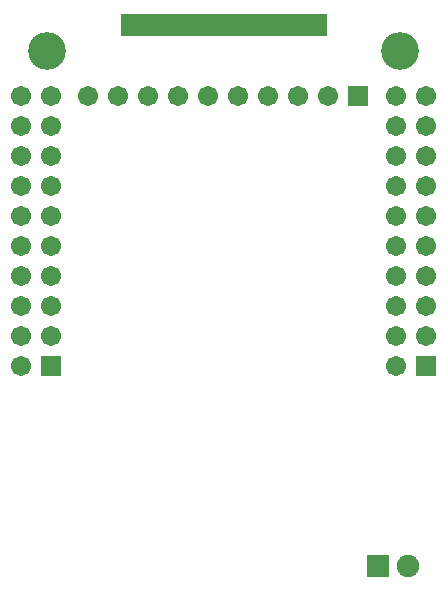
<source format=gbs>
G04*
G04 #@! TF.GenerationSoftware,Altium Limited,Altium Designer,20.2.6 (244)*
G04*
G04 Layer_Color=16711935*
%FSLAX25Y25*%
%MOIN*%
G70*
G04*
G04 #@! TF.SameCoordinates,311AA1CE-0284-405A-9FC1-4CD4DC225AB5*
G04*
G04*
G04 #@! TF.FilePolarity,Negative*
G04*
G01*
G75*
%ADD55C,0.12611*%
%ADD56C,0.06706*%
%ADD57R,0.06706X0.06706*%
%ADD58R,0.07493X0.07493*%
%ADD59C,0.07493*%
%ADD60R,0.06706X0.06706*%
%ADD77R,0.68500X0.07500*%
D55*
X-59181Y-37039D02*
D03*
X58417D02*
D03*
D56*
X67000Y-72000D02*
D03*
X57000D02*
D03*
X67000Y-62000D02*
D03*
X57000D02*
D03*
X67000Y-52000D02*
D03*
X57000D02*
D03*
Y-82000D02*
D03*
X67000D02*
D03*
X57000Y-92000D02*
D03*
X67000D02*
D03*
X57000Y-102000D02*
D03*
X67000D02*
D03*
X57000Y-112000D02*
D03*
X67000D02*
D03*
X57000Y-122000D02*
D03*
X67000D02*
D03*
X57000Y-132000D02*
D03*
X67000D02*
D03*
X57000Y-142000D02*
D03*
X24500Y-52000D02*
D03*
X-45500D02*
D03*
X-35500D02*
D03*
X-25500D02*
D03*
X-15500D02*
D03*
X-5500D02*
D03*
X4500D02*
D03*
X14500D02*
D03*
X34500D02*
D03*
X-68000Y-142000D02*
D03*
X-58000Y-132000D02*
D03*
X-68000D02*
D03*
X-58000Y-122000D02*
D03*
X-68000D02*
D03*
X-58000Y-112000D02*
D03*
X-68000D02*
D03*
X-58000Y-102000D02*
D03*
X-68000D02*
D03*
X-58000Y-92000D02*
D03*
X-68000D02*
D03*
X-58000Y-82000D02*
D03*
X-68000D02*
D03*
X-58000Y-72000D02*
D03*
X-68000D02*
D03*
X-58000Y-62000D02*
D03*
X-68000D02*
D03*
X-58000Y-52000D02*
D03*
X-68000D02*
D03*
D57*
X67000Y-142000D02*
D03*
X-58000D02*
D03*
D58*
X51000Y-208500D02*
D03*
D59*
X61000D02*
D03*
D60*
X44500Y-52000D02*
D03*
D77*
X-250Y-28250D02*
D03*
M02*

</source>
